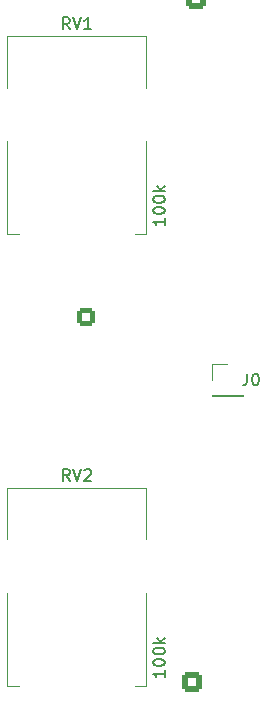
<source format=gto>
%TF.GenerationSoftware,KiCad,Pcbnew,9.0.0*%
%TF.CreationDate,2025-03-02T11:48:58+01:00*%
%TF.ProjectId,DMH_Multiverter_PCB,444d485f-4d75-46c7-9469-766572746572,1*%
%TF.SameCoordinates,Original*%
%TF.FileFunction,Legend,Top*%
%TF.FilePolarity,Positive*%
%FSLAX46Y46*%
G04 Gerber Fmt 4.6, Leading zero omitted, Abs format (unit mm)*
G04 Created by KiCad (PCBNEW 9.0.0) date 2025-03-02 11:48:58*
%MOMM*%
%LPD*%
G01*
G04 APERTURE LIST*
G04 Aperture macros list*
%AMRoundRect*
0 Rectangle with rounded corners*
0 $1 Rounding radius*
0 $2 $3 $4 $5 $6 $7 $8 $9 X,Y pos of 4 corners*
0 Add a 4 corners polygon primitive as box body*
4,1,4,$2,$3,$4,$5,$6,$7,$8,$9,$2,$3,0*
0 Add four circle primitives for the rounded corners*
1,1,$1+$1,$2,$3*
1,1,$1+$1,$4,$5*
1,1,$1+$1,$6,$7*
1,1,$1+$1,$8,$9*
0 Add four rect primitives between the rounded corners*
20,1,$1+$1,$2,$3,$4,$5,0*
20,1,$1+$1,$4,$5,$6,$7,0*
20,1,$1+$1,$6,$7,$8,$9,0*
20,1,$1+$1,$8,$9,$2,$3,0*%
G04 Aperture macros list end*
%ADD10C,0.150000*%
%ADD11C,0.120000*%
%ADD12O,4.000000X4.200000*%
%ADD13C,1.800000*%
%ADD14R,1.800000X1.800000*%
%ADD15R,1.700000X1.700000*%
%ADD16C,1.600000*%
%ADD17O,1.600000X1.600000*%
%ADD18RoundRect,0.250000X0.550000X0.550000X-0.550000X0.550000X-0.550000X-0.550000X0.550000X-0.550000X0*%
%ADD19R,2.200000X2.200000*%
%ADD20O,2.200000X2.200000*%
%ADD21O,1.700000X1.700000*%
%ADD22C,1.440000*%
%ADD23R,1.600000X1.600000*%
%ADD24RoundRect,0.250000X0.600000X-0.600000X0.600000X0.600000X-0.600000X0.600000X-0.600000X-0.600000X0*%
%ADD25C,1.700000*%
%ADD26RoundRect,0.250000X-0.600000X-0.600000X0.600000X-0.600000X0.600000X0.600000X-0.600000X0.600000X0*%
G04 APERTURE END LIST*
D10*
X82404761Y-51554819D02*
X82071428Y-51078628D01*
X81833333Y-51554819D02*
X81833333Y-50554819D01*
X81833333Y-50554819D02*
X82214285Y-50554819D01*
X82214285Y-50554819D02*
X82309523Y-50602438D01*
X82309523Y-50602438D02*
X82357142Y-50650057D01*
X82357142Y-50650057D02*
X82404761Y-50745295D01*
X82404761Y-50745295D02*
X82404761Y-50888152D01*
X82404761Y-50888152D02*
X82357142Y-50983390D01*
X82357142Y-50983390D02*
X82309523Y-51031009D01*
X82309523Y-51031009D02*
X82214285Y-51078628D01*
X82214285Y-51078628D02*
X81833333Y-51078628D01*
X82690476Y-50554819D02*
X83023809Y-51554819D01*
X83023809Y-51554819D02*
X83357142Y-50554819D01*
X84214285Y-51554819D02*
X83642857Y-51554819D01*
X83928571Y-51554819D02*
X83928571Y-50554819D01*
X83928571Y-50554819D02*
X83833333Y-50697676D01*
X83833333Y-50697676D02*
X83738095Y-50792914D01*
X83738095Y-50792914D02*
X83642857Y-50840533D01*
X90454819Y-67571428D02*
X90454819Y-68142856D01*
X90454819Y-67857142D02*
X89454819Y-67857142D01*
X89454819Y-67857142D02*
X89597676Y-67952380D01*
X89597676Y-67952380D02*
X89692914Y-68047618D01*
X89692914Y-68047618D02*
X89740533Y-68142856D01*
X89454819Y-66952380D02*
X89454819Y-66857142D01*
X89454819Y-66857142D02*
X89502438Y-66761904D01*
X89502438Y-66761904D02*
X89550057Y-66714285D01*
X89550057Y-66714285D02*
X89645295Y-66666666D01*
X89645295Y-66666666D02*
X89835771Y-66619047D01*
X89835771Y-66619047D02*
X90073866Y-66619047D01*
X90073866Y-66619047D02*
X90264342Y-66666666D01*
X90264342Y-66666666D02*
X90359580Y-66714285D01*
X90359580Y-66714285D02*
X90407200Y-66761904D01*
X90407200Y-66761904D02*
X90454819Y-66857142D01*
X90454819Y-66857142D02*
X90454819Y-66952380D01*
X90454819Y-66952380D02*
X90407200Y-67047618D01*
X90407200Y-67047618D02*
X90359580Y-67095237D01*
X90359580Y-67095237D02*
X90264342Y-67142856D01*
X90264342Y-67142856D02*
X90073866Y-67190475D01*
X90073866Y-67190475D02*
X89835771Y-67190475D01*
X89835771Y-67190475D02*
X89645295Y-67142856D01*
X89645295Y-67142856D02*
X89550057Y-67095237D01*
X89550057Y-67095237D02*
X89502438Y-67047618D01*
X89502438Y-67047618D02*
X89454819Y-66952380D01*
X89454819Y-65999999D02*
X89454819Y-65904761D01*
X89454819Y-65904761D02*
X89502438Y-65809523D01*
X89502438Y-65809523D02*
X89550057Y-65761904D01*
X89550057Y-65761904D02*
X89645295Y-65714285D01*
X89645295Y-65714285D02*
X89835771Y-65666666D01*
X89835771Y-65666666D02*
X90073866Y-65666666D01*
X90073866Y-65666666D02*
X90264342Y-65714285D01*
X90264342Y-65714285D02*
X90359580Y-65761904D01*
X90359580Y-65761904D02*
X90407200Y-65809523D01*
X90407200Y-65809523D02*
X90454819Y-65904761D01*
X90454819Y-65904761D02*
X90454819Y-65999999D01*
X90454819Y-65999999D02*
X90407200Y-66095237D01*
X90407200Y-66095237D02*
X90359580Y-66142856D01*
X90359580Y-66142856D02*
X90264342Y-66190475D01*
X90264342Y-66190475D02*
X90073866Y-66238094D01*
X90073866Y-66238094D02*
X89835771Y-66238094D01*
X89835771Y-66238094D02*
X89645295Y-66190475D01*
X89645295Y-66190475D02*
X89550057Y-66142856D01*
X89550057Y-66142856D02*
X89502438Y-66095237D01*
X89502438Y-66095237D02*
X89454819Y-65999999D01*
X90454819Y-65238094D02*
X89454819Y-65238094D01*
X90073866Y-65142856D02*
X90454819Y-64857142D01*
X89788152Y-64857142D02*
X90169104Y-65238094D01*
X97416666Y-80704819D02*
X97416666Y-81419104D01*
X97416666Y-81419104D02*
X97369047Y-81561961D01*
X97369047Y-81561961D02*
X97273809Y-81657200D01*
X97273809Y-81657200D02*
X97130952Y-81704819D01*
X97130952Y-81704819D02*
X97035714Y-81704819D01*
X98083333Y-80704819D02*
X98178571Y-80704819D01*
X98178571Y-80704819D02*
X98273809Y-80752438D01*
X98273809Y-80752438D02*
X98321428Y-80800057D01*
X98321428Y-80800057D02*
X98369047Y-80895295D01*
X98369047Y-80895295D02*
X98416666Y-81085771D01*
X98416666Y-81085771D02*
X98416666Y-81323866D01*
X98416666Y-81323866D02*
X98369047Y-81514342D01*
X98369047Y-81514342D02*
X98321428Y-81609580D01*
X98321428Y-81609580D02*
X98273809Y-81657200D01*
X98273809Y-81657200D02*
X98178571Y-81704819D01*
X98178571Y-81704819D02*
X98083333Y-81704819D01*
X98083333Y-81704819D02*
X97988095Y-81657200D01*
X97988095Y-81657200D02*
X97940476Y-81609580D01*
X97940476Y-81609580D02*
X97892857Y-81514342D01*
X97892857Y-81514342D02*
X97845238Y-81323866D01*
X97845238Y-81323866D02*
X97845238Y-81085771D01*
X97845238Y-81085771D02*
X97892857Y-80895295D01*
X97892857Y-80895295D02*
X97940476Y-80800057D01*
X97940476Y-80800057D02*
X97988095Y-80752438D01*
X97988095Y-80752438D02*
X98083333Y-80704819D01*
X82404761Y-89804819D02*
X82071428Y-89328628D01*
X81833333Y-89804819D02*
X81833333Y-88804819D01*
X81833333Y-88804819D02*
X82214285Y-88804819D01*
X82214285Y-88804819D02*
X82309523Y-88852438D01*
X82309523Y-88852438D02*
X82357142Y-88900057D01*
X82357142Y-88900057D02*
X82404761Y-88995295D01*
X82404761Y-88995295D02*
X82404761Y-89138152D01*
X82404761Y-89138152D02*
X82357142Y-89233390D01*
X82357142Y-89233390D02*
X82309523Y-89281009D01*
X82309523Y-89281009D02*
X82214285Y-89328628D01*
X82214285Y-89328628D02*
X81833333Y-89328628D01*
X82690476Y-88804819D02*
X83023809Y-89804819D01*
X83023809Y-89804819D02*
X83357142Y-88804819D01*
X83642857Y-88900057D02*
X83690476Y-88852438D01*
X83690476Y-88852438D02*
X83785714Y-88804819D01*
X83785714Y-88804819D02*
X84023809Y-88804819D01*
X84023809Y-88804819D02*
X84119047Y-88852438D01*
X84119047Y-88852438D02*
X84166666Y-88900057D01*
X84166666Y-88900057D02*
X84214285Y-88995295D01*
X84214285Y-88995295D02*
X84214285Y-89090533D01*
X84214285Y-89090533D02*
X84166666Y-89233390D01*
X84166666Y-89233390D02*
X83595238Y-89804819D01*
X83595238Y-89804819D02*
X84214285Y-89804819D01*
X90454819Y-105821428D02*
X90454819Y-106392856D01*
X90454819Y-106107142D02*
X89454819Y-106107142D01*
X89454819Y-106107142D02*
X89597676Y-106202380D01*
X89597676Y-106202380D02*
X89692914Y-106297618D01*
X89692914Y-106297618D02*
X89740533Y-106392856D01*
X89454819Y-105202380D02*
X89454819Y-105107142D01*
X89454819Y-105107142D02*
X89502438Y-105011904D01*
X89502438Y-105011904D02*
X89550057Y-104964285D01*
X89550057Y-104964285D02*
X89645295Y-104916666D01*
X89645295Y-104916666D02*
X89835771Y-104869047D01*
X89835771Y-104869047D02*
X90073866Y-104869047D01*
X90073866Y-104869047D02*
X90264342Y-104916666D01*
X90264342Y-104916666D02*
X90359580Y-104964285D01*
X90359580Y-104964285D02*
X90407200Y-105011904D01*
X90407200Y-105011904D02*
X90454819Y-105107142D01*
X90454819Y-105107142D02*
X90454819Y-105202380D01*
X90454819Y-105202380D02*
X90407200Y-105297618D01*
X90407200Y-105297618D02*
X90359580Y-105345237D01*
X90359580Y-105345237D02*
X90264342Y-105392856D01*
X90264342Y-105392856D02*
X90073866Y-105440475D01*
X90073866Y-105440475D02*
X89835771Y-105440475D01*
X89835771Y-105440475D02*
X89645295Y-105392856D01*
X89645295Y-105392856D02*
X89550057Y-105345237D01*
X89550057Y-105345237D02*
X89502438Y-105297618D01*
X89502438Y-105297618D02*
X89454819Y-105202380D01*
X89454819Y-104249999D02*
X89454819Y-104154761D01*
X89454819Y-104154761D02*
X89502438Y-104059523D01*
X89502438Y-104059523D02*
X89550057Y-104011904D01*
X89550057Y-104011904D02*
X89645295Y-103964285D01*
X89645295Y-103964285D02*
X89835771Y-103916666D01*
X89835771Y-103916666D02*
X90073866Y-103916666D01*
X90073866Y-103916666D02*
X90264342Y-103964285D01*
X90264342Y-103964285D02*
X90359580Y-104011904D01*
X90359580Y-104011904D02*
X90407200Y-104059523D01*
X90407200Y-104059523D02*
X90454819Y-104154761D01*
X90454819Y-104154761D02*
X90454819Y-104249999D01*
X90454819Y-104249999D02*
X90407200Y-104345237D01*
X90407200Y-104345237D02*
X90359580Y-104392856D01*
X90359580Y-104392856D02*
X90264342Y-104440475D01*
X90264342Y-104440475D02*
X90073866Y-104488094D01*
X90073866Y-104488094D02*
X89835771Y-104488094D01*
X89835771Y-104488094D02*
X89645295Y-104440475D01*
X89645295Y-104440475D02*
X89550057Y-104392856D01*
X89550057Y-104392856D02*
X89502438Y-104345237D01*
X89502438Y-104345237D02*
X89454819Y-104249999D01*
X90454819Y-103488094D02*
X89454819Y-103488094D01*
X90073866Y-103392856D02*
X90454819Y-103107142D01*
X89788152Y-103107142D02*
X90169104Y-103488094D01*
D11*
%TO.C,RV1*%
X77100000Y-52130000D02*
X77100000Y-56500000D01*
X77100000Y-61050000D02*
X77100000Y-68870000D01*
X78100000Y-68870000D02*
X77100000Y-68870000D01*
X88900000Y-52130000D02*
X77100000Y-52130000D01*
X88900000Y-52130000D02*
X88900000Y-56500000D01*
X88900000Y-61050000D02*
X88900000Y-68870000D01*
X88900000Y-68870000D02*
X87900000Y-68870000D01*
%TO.C,J0*%
X94420000Y-79920000D02*
X95750000Y-79920000D01*
X94420000Y-81250000D02*
X94420000Y-79920000D01*
X94420000Y-82520000D02*
X94420000Y-82580000D01*
X94420000Y-82520000D02*
X97080000Y-82520000D01*
X94420000Y-82580000D02*
X97080000Y-82580000D01*
X97080000Y-82520000D02*
X97080000Y-82580000D01*
%TO.C,RV2*%
X77100000Y-90380000D02*
X77100000Y-94750000D01*
X77100000Y-99300000D02*
X77100000Y-107120000D01*
X78100000Y-107120000D02*
X77100000Y-107120000D01*
X88900000Y-90380000D02*
X77100000Y-90380000D01*
X88900000Y-90380000D02*
X88900000Y-94750000D01*
X88900000Y-99300000D02*
X88900000Y-107120000D01*
X88900000Y-107120000D02*
X87900000Y-107120000D01*
%TD*%
%LPC*%
D12*
%TO.C,RV1*%
X77200000Y-58750000D03*
D13*
X86750000Y-69750000D03*
D12*
X88800000Y-58750000D03*
D14*
X79250000Y-69750000D03*
D13*
X81750000Y-69750000D03*
X84250000Y-69750000D03*
%TD*%
D15*
%TO.C,J0*%
X95750000Y-81250000D03*
%TD*%
D12*
%TO.C,RV2*%
X77200000Y-97000000D03*
D13*
X86750000Y-108000000D03*
D12*
X88800000Y-97000000D03*
D14*
X79250000Y-108000000D03*
D13*
X81750000Y-108000000D03*
X84250000Y-108000000D03*
%TD*%
D16*
%TO.C,R5*%
X72500000Y-114810000D03*
D17*
X72500000Y-107190000D03*
%TD*%
D16*
%TO.C,C6*%
X77500000Y-86500000D03*
X82500000Y-86500000D03*
%TD*%
D18*
%TO.C,U1*%
X83800000Y-75950000D03*
D16*
X83800000Y-78490000D03*
X83800000Y-81030000D03*
X83800000Y-83570000D03*
X76180000Y-83570000D03*
X76180000Y-81030000D03*
X76180000Y-78490000D03*
X76180000Y-75950000D03*
%TD*%
%TO.C,C4*%
X92250000Y-62000000D03*
X92250000Y-67000000D03*
%TD*%
%TO.C,R2*%
X97000000Y-69440000D03*
D17*
X97000000Y-77060000D03*
%TD*%
D19*
%TO.C,D2*%
X97000000Y-54420000D03*
D20*
X97000000Y-64580000D03*
%TD*%
D15*
%TO.C,J60*%
X89325000Y-115475000D03*
D21*
X86785000Y-115475000D03*
X84245000Y-115475000D03*
X81705000Y-115475000D03*
X79165000Y-115475000D03*
X76625000Y-115475000D03*
%TD*%
D22*
%TO.C,RV3*%
X89250000Y-78800000D03*
X89250000Y-76260000D03*
X89250000Y-73720000D03*
%TD*%
D16*
%TO.C,R1*%
X93750000Y-77060000D03*
D17*
X93750000Y-69440000D03*
%TD*%
D15*
%TO.C,J50*%
X68975000Y-71175000D03*
D21*
X68975000Y-73715000D03*
X68975000Y-76255000D03*
X68975000Y-78795000D03*
X68975000Y-81335000D03*
X68975000Y-83875000D03*
%TD*%
D19*
%TO.C,D1*%
X69750000Y-55080000D03*
D20*
X69750000Y-44920000D03*
%TD*%
D22*
%TO.C,RV4*%
X89250000Y-89050000D03*
X89250000Y-86510000D03*
X89250000Y-83970000D03*
%TD*%
D23*
%TO.C,C2*%
X92500000Y-56455113D03*
D16*
X92500000Y-54455113D03*
%TD*%
%TO.C,R4*%
X97000000Y-85440000D03*
D17*
X97000000Y-93060000D03*
%TD*%
D16*
%TO.C,R3*%
X93750000Y-93060000D03*
D17*
X93750000Y-85440000D03*
%TD*%
D16*
%TO.C,C5*%
X77500000Y-73000000D03*
X82500000Y-73000000D03*
%TD*%
%TO.C,C3*%
X69750000Y-59750000D03*
X69750000Y-64750000D03*
%TD*%
D24*
%TO.C,J100*%
X93080000Y-49002500D03*
D25*
X93080000Y-46462500D03*
X90540000Y-49002500D03*
X90540000Y-46462500D03*
X88000000Y-49002500D03*
X88000000Y-46462500D03*
X85460000Y-49002500D03*
X85460000Y-46462500D03*
X82920000Y-49002500D03*
X82920000Y-46462500D03*
%TD*%
D23*
%TO.C,C1*%
X74750000Y-53044888D03*
D16*
X74750000Y-55044888D03*
%TD*%
D23*
%TO.C,D3*%
X69250000Y-114810000D03*
D17*
X69250000Y-107190000D03*
%TD*%
D26*
%TO.C,J200*%
X92747500Y-106790000D03*
D25*
X92747500Y-104250000D03*
X92747500Y-101710000D03*
X95287500Y-106790000D03*
X95287500Y-104250000D03*
X95287500Y-101710000D03*
%TD*%
%LPD*%
M02*

</source>
